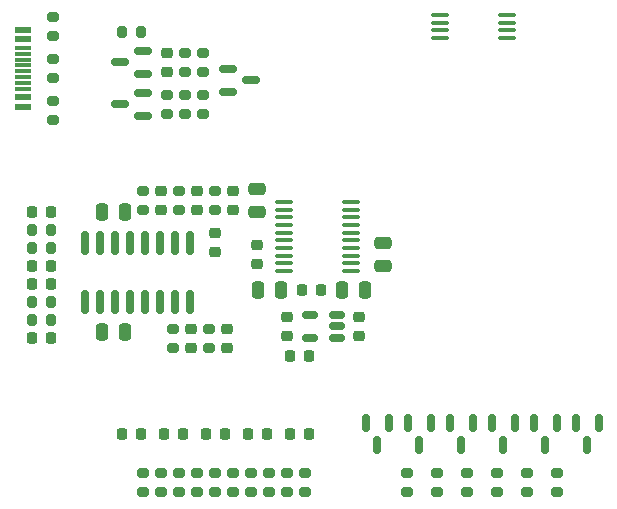
<source format=gbp>
G04 #@! TF.GenerationSoftware,KiCad,Pcbnew,(6.0.6)*
G04 #@! TF.CreationDate,2022-10-22T01:16:13+02:00*
G04 #@! TF.ProjectId,Phoniebox,50686f6e-6965-4626-9f78-2e6b69636164,rev?*
G04 #@! TF.SameCoordinates,Original*
G04 #@! TF.FileFunction,Paste,Bot*
G04 #@! TF.FilePolarity,Positive*
%FSLAX46Y46*%
G04 Gerber Fmt 4.6, Leading zero omitted, Abs format (unit mm)*
G04 Created by KiCad (PCBNEW (6.0.6)) date 2022-10-22 01:16:13*
%MOMM*%
%LPD*%
G01*
G04 APERTURE LIST*
G04 Aperture macros list*
%AMRoundRect*
0 Rectangle with rounded corners*
0 $1 Rounding radius*
0 $2 $3 $4 $5 $6 $7 $8 $9 X,Y pos of 4 corners*
0 Add a 4 corners polygon primitive as box body*
4,1,4,$2,$3,$4,$5,$6,$7,$8,$9,$2,$3,0*
0 Add four circle primitives for the rounded corners*
1,1,$1+$1,$2,$3*
1,1,$1+$1,$4,$5*
1,1,$1+$1,$6,$7*
1,1,$1+$1,$8,$9*
0 Add four rect primitives between the rounded corners*
20,1,$1+$1,$2,$3,$4,$5,0*
20,1,$1+$1,$4,$5,$6,$7,0*
20,1,$1+$1,$6,$7,$8,$9,0*
20,1,$1+$1,$8,$9,$2,$3,0*%
G04 Aperture macros list end*
%ADD10RoundRect,0.225000X-0.250000X0.225000X-0.250000X-0.225000X0.250000X-0.225000X0.250000X0.225000X0*%
%ADD11RoundRect,0.200000X-0.275000X0.200000X-0.275000X-0.200000X0.275000X-0.200000X0.275000X0.200000X0*%
%ADD12RoundRect,0.150000X-0.150000X0.587500X-0.150000X-0.587500X0.150000X-0.587500X0.150000X0.587500X0*%
%ADD13RoundRect,0.100000X0.637500X0.100000X-0.637500X0.100000X-0.637500X-0.100000X0.637500X-0.100000X0*%
%ADD14RoundRect,0.225000X-0.225000X-0.250000X0.225000X-0.250000X0.225000X0.250000X-0.225000X0.250000X0*%
%ADD15RoundRect,0.200000X0.200000X0.275000X-0.200000X0.275000X-0.200000X-0.275000X0.200000X-0.275000X0*%
%ADD16RoundRect,0.200000X0.275000X-0.200000X0.275000X0.200000X-0.275000X0.200000X-0.275000X-0.200000X0*%
%ADD17RoundRect,0.250000X0.475000X-0.250000X0.475000X0.250000X-0.475000X0.250000X-0.475000X-0.250000X0*%
%ADD18RoundRect,0.100000X-0.637500X-0.100000X0.637500X-0.100000X0.637500X0.100000X-0.637500X0.100000X0*%
%ADD19RoundRect,0.225000X0.250000X-0.225000X0.250000X0.225000X-0.250000X0.225000X-0.250000X-0.225000X0*%
%ADD20RoundRect,0.250000X-0.250000X-0.475000X0.250000X-0.475000X0.250000X0.475000X-0.250000X0.475000X0*%
%ADD21RoundRect,0.150000X-0.150000X0.850000X-0.150000X-0.850000X0.150000X-0.850000X0.150000X0.850000X0*%
%ADD22RoundRect,0.250000X0.250000X0.475000X-0.250000X0.475000X-0.250000X-0.475000X0.250000X-0.475000X0*%
%ADD23RoundRect,0.225000X0.225000X0.250000X-0.225000X0.250000X-0.225000X-0.250000X0.225000X-0.250000X0*%
%ADD24RoundRect,0.150000X0.512500X0.150000X-0.512500X0.150000X-0.512500X-0.150000X0.512500X-0.150000X0*%
%ADD25RoundRect,0.150000X0.587500X0.150000X-0.587500X0.150000X-0.587500X-0.150000X0.587500X-0.150000X0*%
%ADD26R,1.450000X0.600000*%
%ADD27R,1.450000X0.300000*%
%ADD28RoundRect,0.150000X-0.587500X-0.150000X0.587500X-0.150000X0.587500X0.150000X-0.587500X0.150000X0*%
%ADD29RoundRect,0.250000X-0.475000X0.250000X-0.475000X-0.250000X0.475000X-0.250000X0.475000X0.250000X0*%
%ADD30RoundRect,0.200000X-0.200000X-0.275000X0.200000X-0.275000X0.200000X0.275000X-0.200000X0.275000X0*%
G04 APERTURE END LIST*
D10*
X124460000Y-71361000D03*
X124460000Y-72911000D03*
D11*
X121920000Y-56071000D03*
X121920000Y-57721000D03*
D10*
X125984000Y-67805000D03*
X125984000Y-69355000D03*
D11*
X130556000Y-91631000D03*
X130556000Y-93281000D03*
D12*
X140782000Y-87454500D03*
X142682000Y-87454500D03*
X141732000Y-89329500D03*
D13*
X149166500Y-52873000D03*
X149166500Y-53523000D03*
X149166500Y-54173000D03*
X149166500Y-54823000D03*
X143441500Y-54823000D03*
X143441500Y-54173000D03*
X143441500Y-53523000D03*
X143441500Y-52873000D03*
D14*
X108953000Y-75692000D03*
X110503000Y-75692000D03*
D10*
X119888000Y-67805000D03*
X119888000Y-69355000D03*
D15*
X110553000Y-78740000D03*
X108903000Y-78740000D03*
D11*
X110744000Y-60135000D03*
X110744000Y-61785000D03*
D16*
X110744000Y-54673000D03*
X110744000Y-53023000D03*
D17*
X128016000Y-69530000D03*
X128016000Y-67630000D03*
D12*
X155006000Y-87454500D03*
X156906000Y-87454500D03*
X155956000Y-89329500D03*
D11*
X153416000Y-91631000D03*
X153416000Y-93281000D03*
D16*
X129032000Y-93281000D03*
X129032000Y-91631000D03*
D15*
X110553000Y-72644000D03*
X108903000Y-72644000D03*
D11*
X145796000Y-91631000D03*
X145796000Y-93281000D03*
D16*
X132080000Y-93281000D03*
X132080000Y-91631000D03*
D18*
X130229407Y-74553000D03*
X130229407Y-73903000D03*
X130229407Y-73253000D03*
X130229407Y-72603000D03*
X130229407Y-71953000D03*
X130229407Y-71303000D03*
X130229407Y-70653000D03*
X130229407Y-70003000D03*
X130229407Y-69353000D03*
X130229407Y-68703000D03*
X135954407Y-68703000D03*
X135954407Y-69353000D03*
X135954407Y-70003000D03*
X135954407Y-70653000D03*
X135954407Y-71303000D03*
X135954407Y-71953000D03*
X135954407Y-72603000D03*
X135954407Y-73253000D03*
X135954407Y-73903000D03*
X135954407Y-74553000D03*
D19*
X136647907Y-80023000D03*
X136647907Y-78473000D03*
D12*
X147894000Y-87454500D03*
X149794000Y-87454500D03*
X148844000Y-89329500D03*
X144338000Y-87454500D03*
X146238000Y-87454500D03*
X145288000Y-89329500D03*
D20*
X135189907Y-76200000D03*
X137089907Y-76200000D03*
D21*
X113411000Y-72176000D03*
X114681000Y-72176000D03*
X115951000Y-72176000D03*
X117221000Y-72176000D03*
X118491000Y-72176000D03*
X119761000Y-72176000D03*
X121031000Y-72176000D03*
X122301000Y-72176000D03*
X122301000Y-77176000D03*
X121031000Y-77176000D03*
X119761000Y-77176000D03*
X118491000Y-77176000D03*
X117221000Y-77176000D03*
X115951000Y-77176000D03*
X114681000Y-77176000D03*
X113411000Y-77176000D03*
D22*
X129977907Y-76200000D03*
X128077907Y-76200000D03*
D16*
X119888000Y-93281000D03*
X119888000Y-91631000D03*
D23*
X125235000Y-88392000D03*
X123685000Y-88392000D03*
D24*
X134737407Y-78298000D03*
X134737407Y-79248000D03*
X134737407Y-80198000D03*
X132462407Y-80198000D03*
X132462407Y-78298000D03*
D23*
X121679000Y-88392000D03*
X120129000Y-88392000D03*
D19*
X130551907Y-80023000D03*
X130551907Y-78473000D03*
D15*
X110553000Y-71120000D03*
X108903000Y-71120000D03*
D10*
X128011907Y-72377000D03*
X128011907Y-73927000D03*
D11*
X124460000Y-91631000D03*
X124460000Y-93281000D03*
D16*
X121920000Y-61277000D03*
X121920000Y-59627000D03*
D25*
X118285500Y-55946000D03*
X118285500Y-57846000D03*
X116410500Y-56896000D03*
D14*
X130792907Y-81788000D03*
X132342907Y-81788000D03*
D11*
X140716000Y-91631000D03*
X140716000Y-93281000D03*
D22*
X116774000Y-69596000D03*
X114874000Y-69596000D03*
D16*
X124460000Y-69405000D03*
X124460000Y-67755000D03*
D10*
X122936000Y-67805000D03*
X122936000Y-69355000D03*
D16*
X123444000Y-61277000D03*
X123444000Y-59627000D03*
D10*
X120396000Y-56121000D03*
X120396000Y-57671000D03*
D14*
X127241000Y-88392000D03*
X128791000Y-88392000D03*
D11*
X123444000Y-56071000D03*
X123444000Y-57721000D03*
X121412000Y-91631000D03*
X121412000Y-93281000D03*
D26*
X108185000Y-60654000D03*
X108185000Y-59854000D03*
D27*
X108185000Y-58654000D03*
X108185000Y-57654000D03*
X108185000Y-57154000D03*
X108185000Y-56154000D03*
D26*
X108185000Y-54954000D03*
X108185000Y-54154000D03*
X108185000Y-54154000D03*
X108185000Y-54954000D03*
D27*
X108185000Y-55654000D03*
X108185000Y-56654000D03*
X108185000Y-58154000D03*
X108185000Y-59154000D03*
D26*
X108185000Y-59854000D03*
X108185000Y-60654000D03*
D11*
X143256000Y-91631000D03*
X143256000Y-93281000D03*
D16*
X125984000Y-93281000D03*
X125984000Y-91631000D03*
D14*
X108953000Y-74168000D03*
X110503000Y-74168000D03*
D11*
X121412000Y-67755000D03*
X121412000Y-69405000D03*
D14*
X108953000Y-69596000D03*
X110503000Y-69596000D03*
D12*
X137226000Y-87454500D03*
X139126000Y-87454500D03*
X138176000Y-89329500D03*
D11*
X150876000Y-91631000D03*
X150876000Y-93281000D03*
X118364000Y-91631000D03*
X118364000Y-93281000D03*
X148336000Y-91631000D03*
X148336000Y-93281000D03*
D23*
X118123000Y-88392000D03*
X116573000Y-88392000D03*
D14*
X130797000Y-88392000D03*
X132347000Y-88392000D03*
D12*
X151450000Y-87454500D03*
X153350000Y-87454500D03*
X152400000Y-89329500D03*
D19*
X122428000Y-81039000D03*
X122428000Y-79489000D03*
D28*
X125554500Y-59370000D03*
X125554500Y-57470000D03*
X127429500Y-58420000D03*
D16*
X122936000Y-93281000D03*
X122936000Y-91631000D03*
D14*
X131808907Y-76200000D03*
X133358907Y-76200000D03*
D11*
X120396000Y-59627000D03*
X120396000Y-61277000D03*
D22*
X116774000Y-79756000D03*
X114874000Y-79756000D03*
D14*
X108953000Y-80264000D03*
X110503000Y-80264000D03*
D11*
X127508000Y-91631000D03*
X127508000Y-93281000D03*
D25*
X118285500Y-59502000D03*
X118285500Y-61402000D03*
X116410500Y-60452000D03*
D16*
X118364000Y-69405000D03*
X118364000Y-67755000D03*
D29*
X138679907Y-72202000D03*
X138679907Y-74102000D03*
D30*
X116523000Y-54356000D03*
X118173000Y-54356000D03*
D11*
X123952000Y-79439000D03*
X123952000Y-81089000D03*
D19*
X125476000Y-81039000D03*
X125476000Y-79489000D03*
D16*
X110744000Y-58229000D03*
X110744000Y-56579000D03*
D15*
X110553000Y-77216000D03*
X108903000Y-77216000D03*
D16*
X120904000Y-81089000D03*
X120904000Y-79439000D03*
M02*

</source>
